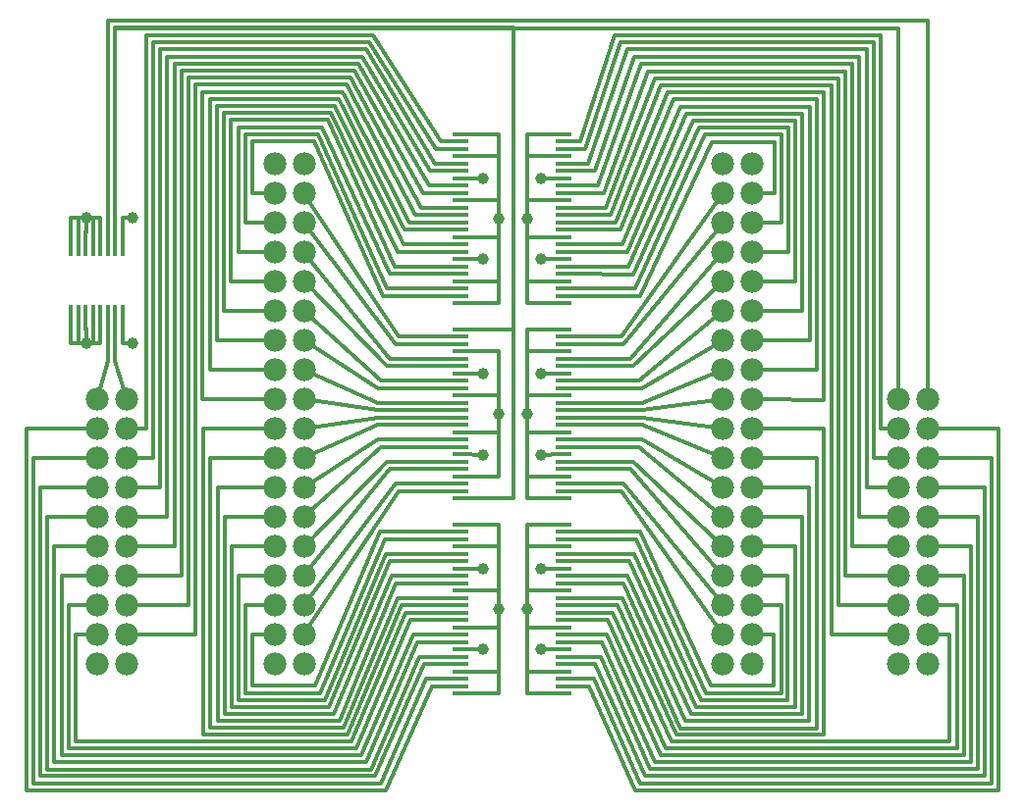
<source format=gtl>
G04 MADE WITH FRITZING*
G04 WWW.FRITZING.ORG*
G04 DOUBLE SIDED*
G04 HOLES PLATED*
G04 CONTOUR ON CENTER OF CONTOUR VECTOR*
%ASAXBY*%
%FSLAX23Y23*%
%MOIN*%
%OFA0B0*%
%SFA1.0B1.0*%
%ADD10C,0.039370*%
%ADD11C,0.078000*%
%ADD12R,0.013780X0.086614*%
%ADD13R,0.055000X0.012000*%
%ADD14C,0.012000*%
%LNCOPPER1*%
G90*
G70*
G54D10*
X1598Y2136D03*
X1599Y1861D03*
X1599Y1473D03*
X1599Y1197D03*
X1599Y810D03*
X1599Y536D03*
X407Y1575D03*
X407Y2002D03*
X1795Y2136D03*
X1795Y1861D03*
X1795Y1473D03*
X1795Y1197D03*
X1795Y810D03*
X1795Y536D03*
X1653Y1998D03*
X1749Y1998D03*
X1653Y1336D03*
X1749Y1336D03*
X1653Y673D03*
X1749Y673D03*
X250Y2002D03*
X250Y1574D03*
G54D11*
X2412Y2186D03*
X2412Y2086D03*
X2412Y1986D03*
X2412Y1886D03*
X2412Y1786D03*
X2412Y1686D03*
X2412Y1586D03*
X2412Y1486D03*
X2412Y1386D03*
X2412Y1286D03*
X2412Y1186D03*
X2412Y1086D03*
X2412Y986D03*
X2412Y886D03*
X2412Y786D03*
X2412Y686D03*
X2412Y586D03*
X2412Y486D03*
X2412Y2186D03*
X2412Y2086D03*
X2412Y1986D03*
X2412Y1886D03*
X2412Y1786D03*
X2412Y1686D03*
X2412Y1586D03*
X2412Y1486D03*
X2412Y1386D03*
X2412Y1286D03*
X2412Y1186D03*
X2412Y1086D03*
X2412Y986D03*
X2412Y886D03*
X2412Y786D03*
X2412Y686D03*
X2412Y586D03*
X2412Y486D03*
X2512Y486D03*
X2512Y586D03*
X2512Y686D03*
X2512Y786D03*
X2512Y886D03*
X2512Y986D03*
X2512Y1086D03*
X2512Y1186D03*
X2512Y1286D03*
X2512Y1386D03*
X2512Y1486D03*
X2512Y1586D03*
X2512Y1686D03*
X2512Y1786D03*
X2512Y1886D03*
X2512Y1986D03*
X2512Y2086D03*
X2512Y2186D03*
X3009Y1386D03*
X3009Y1286D03*
X3009Y1186D03*
X3009Y1086D03*
X3009Y986D03*
X3009Y886D03*
X3009Y786D03*
X3009Y686D03*
X3009Y586D03*
X3009Y486D03*
X3009Y1386D03*
X3009Y1286D03*
X3009Y1186D03*
X3009Y1086D03*
X3009Y986D03*
X3009Y886D03*
X3009Y786D03*
X3009Y686D03*
X3009Y586D03*
X3009Y486D03*
X3109Y486D03*
X3109Y586D03*
X3109Y686D03*
X3109Y786D03*
X3109Y886D03*
X3109Y986D03*
X3109Y1086D03*
X3109Y1186D03*
X3109Y1286D03*
X3109Y1386D03*
X287Y1386D03*
X287Y1286D03*
X287Y1186D03*
X287Y1086D03*
X287Y986D03*
X287Y886D03*
X287Y786D03*
X287Y686D03*
X287Y586D03*
X287Y486D03*
X287Y1386D03*
X287Y1286D03*
X287Y1186D03*
X287Y1086D03*
X287Y986D03*
X287Y886D03*
X287Y786D03*
X287Y686D03*
X287Y586D03*
X287Y486D03*
X387Y486D03*
X387Y586D03*
X387Y686D03*
X387Y786D03*
X387Y886D03*
X387Y986D03*
X387Y1086D03*
X387Y1186D03*
X387Y1286D03*
X387Y1386D03*
X890Y2186D03*
X890Y2086D03*
X890Y1986D03*
X890Y1886D03*
X890Y1786D03*
X890Y1686D03*
X890Y1586D03*
X890Y1486D03*
X890Y1386D03*
X890Y1286D03*
X890Y1186D03*
X890Y1086D03*
X890Y986D03*
X890Y886D03*
X890Y786D03*
X890Y686D03*
X890Y586D03*
X890Y486D03*
X890Y2186D03*
X890Y2086D03*
X890Y1986D03*
X890Y1886D03*
X890Y1786D03*
X890Y1686D03*
X890Y1586D03*
X890Y1486D03*
X890Y1386D03*
X890Y1286D03*
X890Y1186D03*
X890Y1086D03*
X890Y986D03*
X890Y886D03*
X890Y786D03*
X890Y686D03*
X890Y586D03*
X890Y486D03*
X990Y486D03*
X990Y586D03*
X990Y686D03*
X990Y786D03*
X990Y886D03*
X990Y986D03*
X990Y1086D03*
X990Y1186D03*
X990Y1286D03*
X990Y1386D03*
X990Y1486D03*
X990Y1586D03*
X990Y1686D03*
X990Y1786D03*
X990Y1886D03*
X990Y1986D03*
X990Y2086D03*
X990Y2186D03*
G54D12*
X374Y1915D03*
X349Y1915D03*
X324Y1915D03*
X299Y1915D03*
X274Y1915D03*
X249Y1915D03*
X224Y1915D03*
X199Y1915D03*
X199Y1663D03*
X224Y1663D03*
X249Y1663D03*
X274Y1663D03*
X299Y1663D03*
X324Y1663D03*
X349Y1663D03*
X374Y1663D03*
G54D13*
X1520Y2286D03*
X1520Y2261D03*
X1520Y2236D03*
X1520Y2211D03*
X1520Y2186D03*
X1520Y2161D03*
X1520Y2136D03*
X1520Y2111D03*
X1520Y2086D03*
X1520Y2061D03*
X1520Y2036D03*
X1520Y2011D03*
X1520Y1986D03*
X1520Y1961D03*
X1520Y1936D03*
X1520Y1911D03*
X1520Y1886D03*
X1520Y1861D03*
X1520Y1836D03*
X1520Y1811D03*
X1520Y1786D03*
X1520Y1761D03*
X1520Y1736D03*
X1520Y1711D03*
X1873Y1711D03*
X1873Y1736D03*
X1873Y1761D03*
X1873Y1786D03*
X1873Y1811D03*
X1873Y1836D03*
X1873Y1861D03*
X1873Y1886D03*
X1873Y1911D03*
X1873Y1936D03*
X1873Y1961D03*
X1873Y1986D03*
X1873Y2011D03*
X1873Y2036D03*
X1873Y2061D03*
X1873Y2086D03*
X1873Y2111D03*
X1873Y2136D03*
X1873Y2161D03*
X1873Y2186D03*
X1873Y2211D03*
X1873Y2236D03*
X1873Y2261D03*
X1873Y2286D03*
X1520Y1623D03*
X1520Y1598D03*
X1520Y1573D03*
X1520Y1548D03*
X1520Y1523D03*
X1520Y1498D03*
X1520Y1473D03*
X1520Y1448D03*
X1520Y1423D03*
X1520Y1398D03*
X1520Y1373D03*
X1520Y1348D03*
X1520Y1323D03*
X1520Y1298D03*
X1520Y1273D03*
X1520Y1248D03*
X1520Y1223D03*
X1520Y1198D03*
X1520Y1173D03*
X1520Y1148D03*
X1520Y1123D03*
X1520Y1098D03*
X1520Y1073D03*
X1520Y1048D03*
X1873Y1048D03*
X1873Y1073D03*
X1873Y1098D03*
X1873Y1123D03*
X1873Y1148D03*
X1873Y1173D03*
X1873Y1198D03*
X1873Y1223D03*
X1873Y1248D03*
X1873Y1273D03*
X1873Y1298D03*
X1873Y1323D03*
X1873Y1348D03*
X1873Y1373D03*
X1873Y1398D03*
X1873Y1423D03*
X1873Y1448D03*
X1873Y1473D03*
X1873Y1498D03*
X1873Y1523D03*
X1873Y1548D03*
X1873Y1573D03*
X1873Y1598D03*
X1873Y1623D03*
X1520Y960D03*
X1520Y935D03*
X1520Y910D03*
X1520Y885D03*
X1520Y860D03*
X1520Y835D03*
X1520Y810D03*
X1520Y785D03*
X1520Y760D03*
X1520Y735D03*
X1520Y710D03*
X1520Y685D03*
X1520Y660D03*
X1520Y635D03*
X1520Y610D03*
X1520Y585D03*
X1520Y560D03*
X1520Y535D03*
X1520Y510D03*
X1520Y485D03*
X1520Y460D03*
X1520Y435D03*
X1520Y410D03*
X1520Y385D03*
X1873Y385D03*
X1873Y410D03*
X1873Y435D03*
X1873Y460D03*
X1873Y485D03*
X1873Y510D03*
X1873Y535D03*
X1873Y560D03*
X1873Y585D03*
X1873Y610D03*
X1873Y635D03*
X1873Y660D03*
X1873Y685D03*
X1873Y710D03*
X1873Y735D03*
X1873Y760D03*
X1873Y785D03*
X1873Y810D03*
X1873Y835D03*
X1873Y860D03*
X1873Y885D03*
X1873Y910D03*
X1873Y935D03*
X1873Y960D03*
G54D14*
X1585Y810D02*
X1542Y810D01*
D02*
X1585Y1197D02*
X1542Y1198D01*
D02*
X1585Y1473D02*
X1542Y1473D01*
D02*
X1585Y1861D02*
X1542Y1861D01*
D02*
X1585Y2136D02*
X1542Y2136D01*
D02*
X1653Y2061D02*
X1542Y2061D01*
D02*
X1653Y2012D02*
X1653Y2061D01*
D02*
X1809Y535D02*
X1852Y535D01*
D02*
X1809Y810D02*
X1852Y810D01*
D02*
X1809Y1197D02*
X1851Y1198D01*
D02*
X1809Y1473D02*
X1851Y1473D01*
D02*
X1809Y1861D02*
X1851Y1861D01*
D02*
X1809Y2136D02*
X1851Y2136D01*
D02*
X374Y2002D02*
X374Y1953D01*
D02*
X394Y2002D02*
X374Y2002D01*
D02*
X374Y1575D02*
X374Y1626D01*
D02*
X394Y1575D02*
X374Y1575D01*
D02*
X1585Y535D02*
X1542Y535D01*
D02*
X1749Y1786D02*
X1851Y1786D01*
D02*
X1749Y1985D02*
X1749Y1786D01*
D02*
X1749Y1936D02*
X1851Y1936D01*
D02*
X1749Y1985D02*
X1749Y1936D01*
D02*
X1749Y2061D02*
X1851Y2061D01*
D02*
X1749Y2012D02*
X1749Y2061D01*
D02*
X1749Y2211D02*
X1851Y2211D01*
D02*
X1749Y2012D02*
X1749Y2211D01*
D02*
X1749Y2286D02*
X1851Y2286D01*
D02*
X1749Y2012D02*
X1749Y2286D01*
D02*
X1653Y1711D02*
X1542Y1711D01*
D02*
X1653Y1985D02*
X1653Y1711D01*
D02*
X1653Y1786D02*
X1542Y1786D01*
D02*
X1653Y1985D02*
X1653Y1786D01*
D02*
X1653Y1936D02*
X1542Y1936D01*
D02*
X1653Y1985D02*
X1653Y1936D01*
D02*
X1653Y2286D02*
X1542Y2286D01*
D02*
X1653Y2012D02*
X1653Y2286D01*
D02*
X1653Y2211D02*
X1542Y2211D01*
D02*
X1653Y2012D02*
X1653Y2211D01*
D02*
X1749Y1398D02*
X1851Y1398D01*
D02*
X1749Y1349D02*
X1749Y1398D01*
D02*
X1749Y1548D02*
X1851Y1548D01*
D02*
X1749Y1349D02*
X1749Y1548D01*
D02*
X1749Y1623D02*
X1851Y1623D01*
D02*
X1749Y1349D02*
X1749Y1623D01*
D02*
X1653Y1123D02*
X1542Y1123D01*
D02*
X1653Y1322D02*
X1653Y1123D01*
D02*
X1653Y1273D02*
X1542Y1273D01*
D02*
X1653Y1322D02*
X1653Y1273D01*
D02*
X1653Y1398D02*
X1542Y1398D01*
D02*
X1653Y1349D02*
X1653Y1398D01*
D02*
X1653Y1548D02*
X1542Y1548D01*
D02*
X1653Y1349D02*
X1653Y1548D01*
D02*
X1749Y1711D02*
X1851Y1711D01*
D02*
X1749Y1985D02*
X1749Y1711D01*
D02*
X1749Y960D02*
X1852Y960D01*
D02*
X1749Y686D02*
X1749Y960D01*
D02*
X1653Y385D02*
X1542Y385D01*
D02*
X1653Y659D02*
X1653Y385D01*
D02*
X1653Y460D02*
X1542Y460D01*
D02*
X1653Y659D02*
X1653Y460D01*
D02*
X1653Y610D02*
X1542Y610D01*
D02*
X1653Y659D02*
X1653Y610D01*
D02*
X1653Y735D02*
X1542Y735D01*
D02*
X1653Y686D02*
X1653Y735D01*
D02*
X1653Y885D02*
X1542Y885D01*
D02*
X1653Y686D02*
X1653Y885D01*
D02*
X1653Y960D02*
X1542Y960D01*
D02*
X1653Y686D02*
X1653Y960D01*
D02*
X1749Y1048D02*
X1851Y1048D01*
D02*
X1749Y1322D02*
X1749Y1048D01*
D02*
X1749Y1123D02*
X1851Y1123D01*
D02*
X1749Y1322D02*
X1749Y1123D01*
D02*
X1749Y1273D02*
X1851Y1273D01*
D02*
X1749Y1322D02*
X1749Y1273D01*
D02*
X199Y2002D02*
X199Y1953D01*
D02*
X237Y2002D02*
X199Y2002D01*
D02*
X224Y2002D02*
X224Y1953D01*
D02*
X237Y2002D02*
X224Y2002D01*
D02*
X299Y2002D02*
X299Y1953D01*
D02*
X263Y2002D02*
X299Y2002D01*
D02*
X274Y2002D02*
X274Y1953D01*
D02*
X263Y2002D02*
X274Y2002D01*
D02*
X250Y1989D02*
X250Y1953D01*
D02*
X1749Y385D02*
X1852Y385D01*
D02*
X1749Y659D02*
X1749Y385D01*
D02*
X1749Y460D02*
X1852Y460D01*
D02*
X1749Y659D02*
X1749Y460D01*
D02*
X1749Y610D02*
X1852Y610D01*
D02*
X1749Y659D02*
X1749Y610D01*
D02*
X1749Y735D02*
X1852Y735D01*
D02*
X1749Y686D02*
X1749Y735D01*
D02*
X1749Y885D02*
X1852Y885D01*
D02*
X1749Y686D02*
X1749Y885D01*
D02*
X1283Y835D02*
X1499Y835D01*
D02*
X1076Y340D02*
X1283Y835D01*
D02*
X744Y340D02*
X1076Y340D01*
D02*
X744Y886D02*
X744Y340D01*
D02*
X865Y886D02*
X744Y886D01*
D02*
X1269Y860D02*
X1499Y860D01*
D02*
X1061Y363D02*
X1269Y860D01*
D02*
X768Y363D02*
X1061Y363D01*
D02*
X768Y786D02*
X768Y363D01*
D02*
X865Y786D02*
X768Y786D01*
D02*
X1264Y910D02*
X1499Y910D01*
D02*
X1044Y387D02*
X1264Y910D01*
D02*
X792Y387D02*
X1044Y387D01*
D02*
X792Y686D02*
X792Y387D01*
D02*
X865Y686D02*
X792Y686D01*
D02*
X1249Y935D02*
X1499Y935D01*
D02*
X1028Y411D02*
X1249Y935D01*
D02*
X815Y411D02*
X1028Y411D01*
D02*
X815Y586D02*
X815Y411D01*
D02*
X865Y586D02*
X815Y586D01*
D02*
X199Y1574D02*
X199Y1626D01*
D02*
X237Y1574D02*
X199Y1574D01*
D02*
X224Y1574D02*
X224Y1626D01*
D02*
X237Y1574D02*
X224Y1574D01*
D02*
X299Y1574D02*
X299Y1626D01*
D02*
X263Y1574D02*
X299Y1574D01*
D02*
X274Y1574D02*
X274Y1626D01*
D02*
X263Y1574D02*
X274Y1574D01*
D02*
X250Y1588D02*
X250Y1626D01*
D02*
X1399Y485D02*
X1499Y485D01*
D02*
X1232Y104D02*
X1399Y485D01*
D02*
X96Y104D02*
X1232Y104D01*
D02*
X96Y1086D02*
X96Y104D01*
D02*
X263Y1086D02*
X96Y1086D01*
D02*
X1382Y510D02*
X1499Y510D01*
D02*
X1217Y127D02*
X1382Y510D01*
D02*
X119Y127D02*
X1217Y127D01*
D02*
X119Y986D02*
X119Y127D01*
D02*
X263Y986D02*
X119Y986D01*
D02*
X1376Y560D02*
X1499Y560D01*
D02*
X1200Y151D02*
X1376Y560D01*
D02*
X143Y151D02*
X1200Y151D01*
D02*
X143Y886D02*
X143Y151D01*
D02*
X263Y886D02*
X143Y886D01*
D02*
X1360Y585D02*
X1499Y585D01*
D02*
X1186Y174D02*
X1360Y585D01*
D02*
X167Y174D02*
X1186Y174D01*
D02*
X167Y786D02*
X167Y174D01*
D02*
X263Y786D02*
X167Y786D01*
D02*
X1353Y635D02*
X1499Y635D01*
D02*
X1169Y198D02*
X1353Y635D01*
D02*
X190Y198D02*
X1169Y198D01*
D02*
X190Y686D02*
X190Y198D01*
D02*
X263Y686D02*
X190Y686D01*
D02*
X1336Y660D02*
X1499Y660D01*
D02*
X1153Y222D02*
X1336Y660D01*
D02*
X214Y222D02*
X1153Y222D01*
D02*
X214Y586D02*
X214Y222D01*
D02*
X263Y586D02*
X214Y586D01*
D02*
X1321Y685D02*
X1499Y685D01*
D02*
X1139Y245D02*
X1321Y685D01*
D02*
X647Y245D02*
X1139Y245D01*
D02*
X647Y1286D02*
X647Y245D01*
D02*
X865Y1286D02*
X647Y1286D01*
D02*
X1307Y710D02*
X1499Y710D01*
D02*
X1124Y269D02*
X1307Y710D01*
D02*
X672Y269D02*
X1124Y269D01*
D02*
X672Y1186D02*
X672Y269D01*
D02*
X865Y1186D02*
X672Y1186D01*
D02*
X1301Y760D02*
X1499Y760D01*
D02*
X1110Y292D02*
X1301Y760D01*
D02*
X697Y292D02*
X1110Y292D01*
D02*
X697Y1086D02*
X697Y292D01*
D02*
X865Y1086D02*
X697Y1086D01*
D02*
X1288Y785D02*
X1499Y785D01*
D02*
X1093Y316D02*
X1288Y785D01*
D02*
X721Y316D02*
X1093Y316D01*
D02*
X721Y986D02*
X721Y316D01*
D02*
X865Y986D02*
X721Y986D01*
D02*
X2056Y685D02*
X1895Y685D01*
D02*
X2254Y245D02*
X2056Y685D01*
D02*
X2754Y245D02*
X2254Y245D01*
D02*
X2754Y1286D02*
X2754Y245D01*
D02*
X2537Y1286D02*
X2754Y1286D01*
D02*
X2071Y710D02*
X1895Y710D01*
D02*
X2269Y267D02*
X2071Y710D01*
D02*
X2731Y267D02*
X2269Y267D01*
D02*
X2731Y1186D02*
X2731Y267D01*
D02*
X2537Y1186D02*
X2731Y1186D01*
D02*
X2075Y760D02*
X1895Y760D01*
D02*
X2286Y291D02*
X2075Y760D01*
D02*
X2706Y291D02*
X2286Y291D01*
D02*
X2706Y1086D02*
X2706Y291D01*
D02*
X2537Y1086D02*
X2706Y1086D01*
D02*
X2304Y315D02*
X2089Y785D01*
D02*
X2089Y785D02*
X1895Y785D01*
D02*
X2682Y315D02*
X2304Y315D01*
D02*
X2682Y986D02*
X2682Y315D01*
D02*
X2537Y986D02*
X2682Y986D01*
D02*
X2096Y835D02*
X1895Y835D01*
D02*
X2321Y338D02*
X2096Y835D01*
D02*
X2657Y338D02*
X2321Y338D01*
D02*
X2657Y886D02*
X2657Y338D01*
D02*
X2537Y886D02*
X2657Y886D01*
D02*
X2113Y860D02*
X1895Y860D01*
D02*
X2339Y362D02*
X2113Y860D01*
D02*
X2633Y362D02*
X2339Y362D01*
D02*
X2633Y786D02*
X2633Y362D01*
D02*
X2537Y786D02*
X2633Y786D01*
D02*
X2118Y910D02*
X1895Y910D01*
D02*
X2356Y386D02*
X2118Y910D01*
D02*
X2610Y386D02*
X2356Y386D01*
D02*
X2610Y686D02*
X2610Y386D01*
D02*
X2537Y686D02*
X2610Y686D01*
D02*
X2586Y586D02*
X2586Y411D01*
D02*
X2586Y411D02*
X2372Y411D01*
D02*
X2372Y411D02*
X2132Y935D01*
D02*
X2132Y935D02*
X1895Y935D01*
D02*
X2537Y586D02*
X2586Y586D01*
D02*
X1424Y410D02*
X1499Y410D01*
D02*
X1269Y54D02*
X1424Y410D01*
D02*
X47Y54D02*
X1269Y54D01*
D02*
X47Y1286D02*
X47Y54D01*
D02*
X263Y1286D02*
X47Y1286D01*
D02*
X1406Y435D02*
X1499Y435D01*
D02*
X1251Y79D02*
X1406Y435D01*
D02*
X72Y79D02*
X1251Y79D01*
D02*
X72Y1186D02*
X72Y79D01*
D02*
X263Y1186D02*
X72Y1186D01*
D02*
X1958Y410D02*
X1895Y410D01*
D02*
X2114Y56D02*
X1958Y410D01*
D02*
X3347Y56D02*
X2114Y56D01*
D02*
X3347Y1286D02*
X3347Y56D01*
D02*
X3134Y1286D02*
X3347Y1286D01*
D02*
X1975Y435D02*
X1895Y435D01*
D02*
X2131Y80D02*
X1975Y435D01*
D02*
X3325Y80D02*
X2131Y80D01*
D02*
X3325Y1186D02*
X3325Y80D01*
D02*
X3134Y1186D02*
X3325Y1186D01*
D02*
X1979Y485D02*
X1895Y485D01*
D02*
X2147Y105D02*
X1979Y485D01*
D02*
X3301Y105D02*
X2147Y105D01*
D02*
X3301Y1086D02*
X3301Y105D01*
D02*
X3134Y1086D02*
X3301Y1086D01*
D02*
X1997Y510D02*
X1895Y510D01*
D02*
X2165Y129D02*
X1997Y510D01*
D02*
X3278Y129D02*
X2165Y129D01*
D02*
X3278Y986D02*
X3278Y129D01*
D02*
X3134Y986D02*
X3278Y986D01*
D02*
X2003Y560D02*
X1895Y560D01*
D02*
X2183Y152D02*
X2003Y560D01*
D02*
X3254Y152D02*
X2183Y152D01*
D02*
X3254Y886D02*
X3254Y152D01*
D02*
X3134Y886D02*
X3254Y886D01*
D02*
X2018Y585D02*
X1895Y585D01*
D02*
X2201Y176D02*
X2018Y585D01*
D02*
X3231Y176D02*
X2201Y176D01*
D02*
X3231Y786D02*
X3231Y176D01*
D02*
X3134Y786D02*
X3231Y786D01*
D02*
X2022Y635D02*
X1895Y635D01*
D02*
X2218Y199D02*
X2022Y635D01*
D02*
X3207Y199D02*
X2218Y199D01*
D02*
X3207Y686D02*
X3207Y199D01*
D02*
X3134Y686D02*
X3207Y686D01*
D02*
X2039Y660D02*
X1895Y660D01*
D02*
X2238Y222D02*
X2039Y660D01*
D02*
X3183Y222D02*
X2238Y222D01*
D02*
X3183Y586D02*
X3183Y222D01*
D02*
X3134Y586D02*
X3183Y586D01*
D02*
X1331Y1961D02*
X1498Y1961D01*
D02*
X1109Y2406D02*
X1331Y1961D01*
D02*
X670Y2406D02*
X1109Y2406D01*
D02*
X670Y1486D02*
X670Y2406D01*
D02*
X865Y1486D02*
X670Y1486D01*
D02*
X1327Y1911D02*
X1498Y1911D01*
D02*
X1096Y2382D02*
X1327Y1911D01*
D02*
X694Y2382D02*
X1096Y2382D01*
D02*
X694Y1586D02*
X694Y2382D01*
D02*
X865Y1586D02*
X694Y1586D01*
D02*
X1307Y1886D02*
X1498Y1886D01*
D02*
X1083Y2358D02*
X1307Y1886D01*
D02*
X719Y2358D02*
X1083Y2358D01*
D02*
X719Y1686D02*
X719Y2358D01*
D02*
X865Y1686D02*
X719Y1686D01*
D02*
X1298Y1836D02*
X1498Y1836D01*
D02*
X1070Y2334D02*
X1298Y1836D01*
D02*
X743Y2334D02*
X1070Y2334D01*
D02*
X743Y1786D02*
X743Y2334D01*
D02*
X865Y1786D02*
X743Y1786D01*
D02*
X1280Y1811D02*
X1498Y1811D01*
D02*
X1053Y2309D02*
X1280Y1811D01*
D02*
X767Y2310D02*
X1053Y2309D01*
D02*
X767Y1886D02*
X767Y2310D01*
D02*
X865Y1886D02*
X767Y1886D01*
D02*
X1273Y1761D02*
X1498Y1761D01*
D02*
X1038Y2287D02*
X1273Y1761D01*
D02*
X791Y2286D02*
X1038Y2287D01*
D02*
X791Y1986D02*
X791Y2286D01*
D02*
X865Y1986D02*
X791Y1986D01*
D02*
X1258Y1736D02*
X1498Y1736D01*
D02*
X1024Y2262D02*
X1258Y1736D01*
D02*
X815Y2261D02*
X1024Y2262D01*
D02*
X815Y2086D02*
X815Y2261D01*
D02*
X865Y2086D02*
X815Y2086D01*
D02*
X1436Y2186D02*
X1498Y2186D01*
D02*
X1200Y2574D02*
X1436Y2186D01*
D02*
X502Y2574D02*
X1200Y2574D01*
D02*
X502Y1086D02*
X502Y2574D01*
D02*
X412Y1086D02*
X502Y1086D01*
D02*
X1418Y2161D02*
X1498Y2161D01*
D02*
X1187Y2550D02*
X1418Y2161D01*
D02*
X526Y2550D02*
X1187Y2550D01*
D02*
X526Y986D02*
X526Y2550D01*
D02*
X412Y986D02*
X526Y986D01*
D02*
X1416Y2111D02*
X1498Y2111D01*
D02*
X1174Y2526D02*
X1416Y2111D01*
D02*
X550Y2526D02*
X1174Y2526D01*
D02*
X550Y886D02*
X550Y2526D01*
D02*
X412Y886D02*
X550Y886D01*
D02*
X1396Y2086D02*
X1498Y2086D01*
D02*
X1161Y2502D02*
X1396Y2086D01*
D02*
X574Y2502D02*
X1161Y2502D01*
D02*
X574Y786D02*
X574Y2502D01*
D02*
X412Y786D02*
X574Y786D01*
D02*
X1389Y2036D02*
X1498Y2036D01*
D02*
X1148Y2478D02*
X1389Y2036D01*
D02*
X598Y2478D02*
X1148Y2478D01*
D02*
X598Y686D02*
X598Y2478D01*
D02*
X412Y686D02*
X598Y686D01*
D02*
X1367Y2011D02*
X1498Y2011D01*
D02*
X1135Y2454D02*
X1367Y2011D01*
D02*
X622Y2454D02*
X1135Y2454D01*
D02*
X622Y586D02*
X622Y2454D01*
D02*
X412Y586D02*
X622Y586D01*
D02*
X646Y1386D02*
X646Y2430D01*
D02*
X646Y2430D02*
X1122Y2430D01*
D02*
X1122Y2430D02*
X1349Y1986D01*
D02*
X1349Y1986D02*
X1498Y1986D01*
D02*
X865Y1386D02*
X646Y1386D01*
D02*
X2048Y1986D02*
X1895Y1986D01*
D02*
X2224Y2428D02*
X2048Y1986D01*
D02*
X2756Y2428D02*
X2224Y2428D01*
D02*
X2756Y1382D02*
X2756Y2428D01*
D02*
X2537Y1385D02*
X2756Y1382D01*
D02*
X2066Y1961D02*
X1895Y1961D01*
D02*
X2246Y2404D02*
X2066Y1961D01*
D02*
X2731Y2404D02*
X2246Y2404D01*
D02*
X2731Y1486D02*
X2731Y2404D01*
D02*
X2537Y1486D02*
X2731Y1486D01*
D02*
X2071Y1911D02*
X1895Y1911D01*
D02*
X2267Y2380D02*
X2071Y1911D01*
D02*
X2707Y2380D02*
X2267Y2380D01*
D02*
X2707Y1586D02*
X2707Y2380D01*
D02*
X2537Y1586D02*
X2707Y1586D01*
D02*
X2089Y1887D02*
X1895Y1886D01*
D02*
X2289Y2356D02*
X2089Y1887D01*
D02*
X2683Y2356D02*
X2289Y2356D01*
D02*
X2683Y1686D02*
X2683Y2356D01*
D02*
X2537Y1686D02*
X2683Y1686D01*
D02*
X2093Y1836D02*
X1895Y1836D01*
D02*
X2311Y2332D02*
X2093Y1836D01*
D02*
X2659Y2332D02*
X2311Y2332D01*
D02*
X2659Y1786D02*
X2659Y2332D01*
D02*
X2537Y1786D02*
X2659Y1786D01*
D02*
X2109Y1809D02*
X1895Y1811D01*
D02*
X2331Y2308D02*
X2109Y1809D01*
D02*
X2635Y2308D02*
X2331Y2308D01*
D02*
X2635Y1886D02*
X2635Y2308D01*
D02*
X2537Y1886D02*
X2635Y1886D01*
D02*
X2116Y1762D02*
X1895Y1761D01*
D02*
X2353Y2284D02*
X2116Y1762D01*
D02*
X2611Y2284D02*
X2353Y2284D01*
D02*
X2611Y1986D02*
X2611Y2284D01*
D02*
X2537Y1986D02*
X2611Y1986D01*
D02*
X2131Y1736D02*
X1895Y1736D01*
D02*
X2374Y2260D02*
X2131Y1736D01*
D02*
X2587Y2260D02*
X2374Y2260D01*
D02*
X2587Y2086D02*
X2587Y2260D01*
D02*
X2537Y2086D02*
X2587Y2086D01*
D02*
X1456Y2261D02*
X1498Y2261D01*
D02*
X1226Y2623D02*
X1456Y2261D01*
D02*
X454Y2623D02*
X1226Y2623D01*
D02*
X454Y1286D02*
X454Y2623D01*
D02*
X412Y1286D02*
X454Y1286D01*
D02*
X1438Y2236D02*
X1498Y2236D01*
D02*
X1213Y2598D02*
X1438Y2236D01*
D02*
X478Y2598D02*
X1213Y2598D01*
D02*
X478Y1186D02*
X478Y2598D01*
D02*
X412Y1186D02*
X478Y1186D01*
D02*
X1927Y2261D02*
X1895Y2261D01*
D02*
X2044Y2623D02*
X1927Y2261D01*
D02*
X2948Y2623D02*
X2044Y2623D01*
D02*
X2948Y1286D02*
X2948Y2623D01*
D02*
X2985Y1286D02*
X2948Y1286D01*
D02*
X1944Y2236D02*
X1895Y2236D01*
D02*
X2066Y2598D02*
X1944Y2236D01*
D02*
X2924Y2598D02*
X2066Y2598D01*
D02*
X2924Y1186D02*
X2924Y2598D01*
D02*
X2985Y1186D02*
X2924Y1186D01*
D02*
X1955Y2186D02*
X1895Y2186D01*
D02*
X2088Y2574D02*
X1955Y2186D01*
D02*
X2900Y2574D02*
X2088Y2574D01*
D02*
X2900Y1086D02*
X2900Y2574D01*
D02*
X2985Y1086D02*
X2900Y1086D01*
D02*
X1977Y2161D02*
X1895Y2161D01*
D02*
X2112Y2550D02*
X1977Y2161D01*
D02*
X2876Y2550D02*
X2112Y2550D01*
D02*
X2876Y986D02*
X2876Y2550D01*
D02*
X2985Y986D02*
X2876Y986D01*
D02*
X1987Y2111D02*
X1895Y2111D01*
D02*
X2136Y2526D02*
X1987Y2111D01*
D02*
X2852Y2526D02*
X2136Y2526D01*
D02*
X2852Y886D02*
X2852Y2526D01*
D02*
X2985Y886D02*
X2852Y886D01*
D02*
X2007Y2086D02*
X1895Y2086D01*
D02*
X2158Y2500D02*
X2007Y2086D01*
D02*
X2828Y2500D02*
X2158Y2500D01*
D02*
X2828Y786D02*
X2828Y2500D01*
D02*
X2985Y786D02*
X2828Y786D01*
D02*
X2016Y2036D02*
X1895Y2036D01*
D02*
X2180Y2476D02*
X2016Y2036D01*
D02*
X2804Y2476D02*
X2180Y2476D01*
D02*
X2804Y686D02*
X2804Y2476D01*
D02*
X2985Y686D02*
X2804Y686D01*
D02*
X2033Y2011D02*
X1895Y2011D01*
D02*
X2202Y2452D02*
X2033Y2011D01*
D02*
X2780Y2452D02*
X2202Y2452D01*
D02*
X2780Y586D02*
X2780Y2452D01*
D02*
X2985Y586D02*
X2780Y586D01*
D02*
X349Y2648D02*
X1701Y2648D01*
D02*
X1701Y1048D02*
X1542Y1048D01*
D02*
X1701Y2648D02*
X1701Y1048D01*
D02*
X349Y2647D02*
X1701Y2647D01*
D02*
X1701Y1623D02*
X1542Y1623D01*
D02*
X1701Y2647D02*
X1701Y1623D01*
D02*
X349Y1953D02*
X349Y2648D01*
D02*
X349Y1953D02*
X349Y2647D01*
D02*
X3109Y2672D02*
X324Y2672D01*
D02*
X324Y2672D02*
X324Y1953D01*
D02*
X3109Y1410D02*
X3109Y2672D01*
D02*
X3009Y2647D02*
X349Y2647D01*
D02*
X349Y2647D02*
X349Y1953D01*
D02*
X3009Y1410D02*
X3009Y2647D01*
D02*
X324Y1516D02*
X324Y1626D01*
D02*
X349Y1516D02*
X349Y1626D01*
D02*
X294Y1409D02*
X324Y1516D01*
D02*
X380Y1409D02*
X349Y1516D01*
D02*
X1312Y1598D02*
X1498Y1598D01*
D02*
X1003Y2065D02*
X1312Y1598D01*
D02*
X1301Y1573D02*
X1498Y1573D01*
D02*
X1005Y1966D02*
X1301Y1573D01*
D02*
X1282Y1523D02*
X1498Y1523D01*
D02*
X1005Y1866D02*
X1282Y1523D01*
D02*
X1273Y1498D02*
X1498Y1498D01*
D02*
X1007Y1768D02*
X1273Y1498D01*
D02*
X1251Y1448D02*
X1498Y1448D01*
D02*
X1008Y1669D02*
X1251Y1448D01*
D02*
X1242Y1423D02*
X1498Y1423D01*
D02*
X1010Y1572D02*
X1242Y1423D01*
D02*
X1242Y1373D02*
X1498Y1373D01*
D02*
X1012Y1476D02*
X1242Y1373D01*
D02*
X1242Y1348D02*
X1498Y1348D01*
D02*
X1014Y1382D02*
X1242Y1348D01*
D02*
X1242Y1323D02*
X1498Y1323D01*
D02*
X1014Y1289D02*
X1242Y1323D01*
D02*
X1242Y1298D02*
X1498Y1298D01*
D02*
X1012Y1196D02*
X1242Y1298D01*
D02*
X1242Y1248D02*
X1498Y1248D01*
D02*
X1010Y1099D02*
X1242Y1248D01*
D02*
X1251Y1223D02*
X1498Y1223D01*
D02*
X1008Y1002D02*
X1251Y1223D01*
D02*
X1273Y1173D02*
X1498Y1173D01*
D02*
X1007Y903D02*
X1273Y1173D01*
D02*
X1282Y1148D02*
X1498Y1148D01*
D02*
X1005Y805D02*
X1282Y1148D01*
D02*
X1301Y1098D02*
X1498Y1098D01*
D02*
X1005Y705D02*
X1301Y1098D01*
D02*
X1313Y1073D02*
X1498Y1073D01*
D02*
X1003Y606D02*
X1313Y1073D01*
D02*
X2067Y1598D02*
X1895Y1598D01*
D02*
X2398Y2065D02*
X2067Y1598D01*
D02*
X2076Y1573D02*
X1895Y1573D01*
D02*
X2397Y1966D02*
X2076Y1573D01*
D02*
X2098Y1523D02*
X1895Y1523D01*
D02*
X2396Y1867D02*
X2098Y1523D01*
D02*
X2107Y1498D02*
X1895Y1498D01*
D02*
X2394Y1769D02*
X2107Y1498D01*
D02*
X2127Y1448D02*
X1895Y1448D01*
D02*
X2393Y1670D02*
X2127Y1448D01*
D02*
X2138Y1423D02*
X1895Y1423D01*
D02*
X2391Y1573D02*
X2138Y1423D01*
D02*
X2138Y1373D02*
X1895Y1373D01*
D02*
X2389Y1476D02*
X2138Y1373D01*
D02*
X2138Y1348D02*
X1895Y1348D01*
D02*
X2388Y1382D02*
X2138Y1348D01*
D02*
X2138Y1323D02*
X1895Y1323D01*
D02*
X2388Y1289D02*
X2138Y1323D01*
D02*
X2138Y1298D02*
X1895Y1298D01*
D02*
X2389Y1195D02*
X2138Y1298D01*
D02*
X2138Y1248D02*
X1895Y1248D01*
D02*
X2391Y1098D02*
X2138Y1248D01*
D02*
X2128Y1223D02*
X1895Y1223D01*
D02*
X2393Y1001D02*
X2128Y1223D01*
D02*
X2107Y1173D02*
X1895Y1173D01*
D02*
X2394Y902D02*
X2107Y1173D01*
D02*
X2098Y1148D02*
X1895Y1148D01*
D02*
X2396Y804D02*
X2098Y1148D01*
D02*
X2076Y1098D02*
X1895Y1098D01*
D02*
X2397Y705D02*
X2076Y1098D01*
D02*
X2067Y1073D02*
X1895Y1073D01*
D02*
X2398Y606D02*
X2067Y1073D01*
G04 End of Copper1*
M02*
</source>
